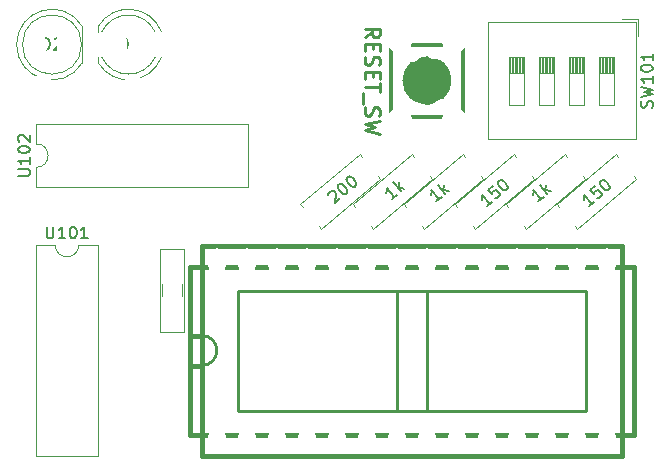
<source format=gto>
G04 #@! TF.GenerationSoftware,KiCad,Pcbnew,(5.1.6)-1*
G04 #@! TF.CreationDate,2021-11-23T16:53:37-05:00*
G04 #@! TF.ProjectId,OpenC64Cart,4f70656e-4336-4344-9361-72742e6b6963,2*
G04 #@! TF.SameCoordinates,Original*
G04 #@! TF.FileFunction,Legend,Top*
G04 #@! TF.FilePolarity,Positive*
%FSLAX46Y46*%
G04 Gerber Fmt 4.6, Leading zero omitted, Abs format (unit mm)*
G04 Created by KiCad (PCBNEW (5.1.6)-1) date 2021-11-23 16:53:37*
%MOMM*%
%LPD*%
G01*
G04 APERTURE LIST*
%ADD10C,0.120000*%
%ADD11C,0.381000*%
%ADD12C,0.254000*%
%ADD13C,0.050000*%
%ADD14C,0.304800*%
%ADD15C,2.540000*%
%ADD16C,0.150000*%
%ADD17O,1.600000X1.600000*%
%ADD18R,1.600000X1.600000*%
%ADD19C,1.600000*%
%ADD20R,1.800000X1.800000*%
%ADD21C,1.800000*%
%ADD22O,1.070000X1.800000*%
%ADD23R,1.070000X1.800000*%
%ADD24C,5.500000*%
%ADD25O,1.501140X2.199640*%
%ADD26R,1.250000X1.500000*%
%ADD27C,1.998980*%
%ADD28R,58.420000X8.300000*%
%ADD29R,1.524000X8.000000*%
G04 APERTURE END LIST*
D10*
X64710000Y-90440000D02*
G75*
G02*
X64710000Y-92440000I0J-1000000D01*
G01*
X64710000Y-92440000D02*
X64710000Y-94090000D01*
X64710000Y-94090000D02*
X82610000Y-94090000D01*
X82610000Y-94090000D02*
X82610000Y-88790000D01*
X82610000Y-88790000D02*
X64710000Y-88790000D01*
X64710000Y-88790000D02*
X64710000Y-90440000D01*
X68600000Y-83587000D02*
X68600000Y-80497000D01*
X68540000Y-82042000D02*
G75*
G03*
X68540000Y-82042000I-2500000J0D01*
G01*
X63050000Y-82041538D02*
G75*
G03*
X68600000Y-83586830I2990000J-462D01*
G01*
X63050000Y-82042462D02*
G75*
G02*
X68600000Y-80497170I2990000J462D01*
G01*
X74771479Y-83122429D02*
G75*
G02*
X70262316Y-83122000I-2254479J1080429D01*
G01*
X74771479Y-80961571D02*
G75*
G03*
X70262316Y-80962000I-2254479J-1080429D01*
G01*
X75304815Y-83122827D02*
G75*
G02*
X69957000Y-83586830I-2787815J1080827D01*
G01*
X75304815Y-80961173D02*
G75*
G03*
X69957000Y-80497170I-2787815J-1080827D01*
G01*
X69957000Y-80497000D02*
X69957000Y-80962000D01*
X69957000Y-83122000D02*
X69957000Y-83587000D01*
X115316835Y-93162120D02*
X115528955Y-93414914D01*
X115528955Y-93414914D02*
X110519024Y-97618745D01*
X110519024Y-97618745D02*
X110306904Y-97365950D01*
X113979837Y-91568747D02*
X113767717Y-91315952D01*
X113767717Y-91315952D02*
X108757786Y-95519783D01*
X108757786Y-95519783D02*
X108969906Y-95772578D01*
X106680835Y-93162120D02*
X106892955Y-93414914D01*
X106892955Y-93414914D02*
X101883024Y-97618745D01*
X101883024Y-97618745D02*
X101670904Y-97365950D01*
X105343837Y-91568747D02*
X105131717Y-91315952D01*
X105131717Y-91315952D02*
X100121786Y-95519783D01*
X100121786Y-95519783D02*
X100333906Y-95772578D01*
X93627987Y-93162120D02*
X93840107Y-93414914D01*
X93840107Y-93414914D02*
X88830176Y-97618745D01*
X88830176Y-97618745D02*
X88618056Y-97365950D01*
X92290989Y-91568747D02*
X92078869Y-91315952D01*
X92078869Y-91315952D02*
X87068938Y-95519783D01*
X87068938Y-95519783D02*
X87281058Y-95772578D01*
X68310000Y-99000000D02*
G75*
G02*
X66310000Y-99000000I-1000000J0D01*
G01*
X66310000Y-99000000D02*
X64660000Y-99000000D01*
X64660000Y-99000000D02*
X64660000Y-116900000D01*
X64660000Y-116900000D02*
X69960000Y-116900000D01*
X69960000Y-116900000D02*
X69960000Y-99000000D01*
X69960000Y-99000000D02*
X68310000Y-99000000D01*
X115450000Y-80140000D02*
X115450000Y-90040000D01*
X102990000Y-80140000D02*
X102990000Y-90040000D01*
X115450000Y-80140000D02*
X102990000Y-80140000D01*
X115450000Y-90040000D02*
X102990000Y-90040000D01*
X115690000Y-79900000D02*
X115690000Y-81284000D01*
X115690000Y-79900000D02*
X114307000Y-79900000D01*
X113665000Y-83060000D02*
X112395000Y-83060000D01*
X112395000Y-83060000D02*
X112395000Y-87120000D01*
X112395000Y-87120000D02*
X113665000Y-87120000D01*
X113665000Y-87120000D02*
X113665000Y-83060000D01*
X113545000Y-83060000D02*
X113545000Y-84413333D01*
X113425000Y-83060000D02*
X113425000Y-84413333D01*
X113305000Y-83060000D02*
X113305000Y-84413333D01*
X113185000Y-83060000D02*
X113185000Y-84413333D01*
X113065000Y-83060000D02*
X113065000Y-84413333D01*
X112945000Y-83060000D02*
X112945000Y-84413333D01*
X112825000Y-83060000D02*
X112825000Y-84413333D01*
X112705000Y-83060000D02*
X112705000Y-84413333D01*
X112585000Y-83060000D02*
X112585000Y-84413333D01*
X112465000Y-83060000D02*
X112465000Y-84413333D01*
X113665000Y-84413333D02*
X112395000Y-84413333D01*
X111125000Y-83060000D02*
X109855000Y-83060000D01*
X109855000Y-83060000D02*
X109855000Y-87120000D01*
X109855000Y-87120000D02*
X111125000Y-87120000D01*
X111125000Y-87120000D02*
X111125000Y-83060000D01*
X111005000Y-83060000D02*
X111005000Y-84413333D01*
X110885000Y-83060000D02*
X110885000Y-84413333D01*
X110765000Y-83060000D02*
X110765000Y-84413333D01*
X110645000Y-83060000D02*
X110645000Y-84413333D01*
X110525000Y-83060000D02*
X110525000Y-84413333D01*
X110405000Y-83060000D02*
X110405000Y-84413333D01*
X110285000Y-83060000D02*
X110285000Y-84413333D01*
X110165000Y-83060000D02*
X110165000Y-84413333D01*
X110045000Y-83060000D02*
X110045000Y-84413333D01*
X109925000Y-83060000D02*
X109925000Y-84413333D01*
X111125000Y-84413333D02*
X109855000Y-84413333D01*
X108585000Y-83060000D02*
X107315000Y-83060000D01*
X107315000Y-83060000D02*
X107315000Y-87120000D01*
X107315000Y-87120000D02*
X108585000Y-87120000D01*
X108585000Y-87120000D02*
X108585000Y-83060000D01*
X108465000Y-83060000D02*
X108465000Y-84413333D01*
X108345000Y-83060000D02*
X108345000Y-84413333D01*
X108225000Y-83060000D02*
X108225000Y-84413333D01*
X108105000Y-83060000D02*
X108105000Y-84413333D01*
X107985000Y-83060000D02*
X107985000Y-84413333D01*
X107865000Y-83060000D02*
X107865000Y-84413333D01*
X107745000Y-83060000D02*
X107745000Y-84413333D01*
X107625000Y-83060000D02*
X107625000Y-84413333D01*
X107505000Y-83060000D02*
X107505000Y-84413333D01*
X107385000Y-83060000D02*
X107385000Y-84413333D01*
X108585000Y-84413333D02*
X107315000Y-84413333D01*
X106045000Y-83060000D02*
X104775000Y-83060000D01*
X104775000Y-83060000D02*
X104775000Y-87120000D01*
X104775000Y-87120000D02*
X106045000Y-87120000D01*
X106045000Y-87120000D02*
X106045000Y-83060000D01*
X105925000Y-83060000D02*
X105925000Y-84413333D01*
X105805000Y-83060000D02*
X105805000Y-84413333D01*
X105685000Y-83060000D02*
X105685000Y-84413333D01*
X105565000Y-83060000D02*
X105565000Y-84413333D01*
X105445000Y-83060000D02*
X105445000Y-84413333D01*
X105325000Y-83060000D02*
X105325000Y-84413333D01*
X105205000Y-83060000D02*
X105205000Y-84413333D01*
X105085000Y-83060000D02*
X105085000Y-84413333D01*
X104965000Y-83060000D02*
X104965000Y-84413333D01*
X104845000Y-83060000D02*
X104845000Y-84413333D01*
X106045000Y-84413333D02*
X104775000Y-84413333D01*
X91485786Y-95519783D02*
X91697906Y-95772578D01*
X96495717Y-91315952D02*
X91485786Y-95519783D01*
X96707837Y-91568747D02*
X96495717Y-91315952D01*
X93247024Y-97618745D02*
X93034904Y-97365950D01*
X98256955Y-93414914D02*
X93247024Y-97618745D01*
X98044835Y-93162120D02*
X98256955Y-93414914D01*
X95803786Y-95519783D02*
X96015906Y-95772578D01*
X100813717Y-91315952D02*
X95803786Y-95519783D01*
X101025837Y-91568747D02*
X100813717Y-91315952D01*
X97565024Y-97618745D02*
X97352904Y-97365950D01*
X102574955Y-93414914D02*
X97565024Y-97618745D01*
X102362835Y-93162120D02*
X102574955Y-93414914D01*
X104439786Y-95519783D02*
X104651906Y-95772578D01*
X109449717Y-91315952D02*
X104439786Y-95519783D01*
X109661837Y-91568747D02*
X109449717Y-91315952D01*
X106201024Y-97618745D02*
X105988904Y-97365950D01*
X111210955Y-93414914D02*
X106201024Y-97618745D01*
X110998835Y-93162120D02*
X111210955Y-93414914D01*
D11*
X115316000Y-115062000D02*
X115316000Y-100838000D01*
X114300000Y-99060000D02*
X114300000Y-116840000D01*
X78740000Y-116840000D02*
X78740000Y-99060000D01*
X77724000Y-100838000D02*
X77724000Y-115062000D01*
D12*
X95250000Y-102870000D02*
X95250000Y-113030000D01*
X97790000Y-113030000D02*
X97790000Y-102870000D01*
X111252000Y-102870000D02*
X111252000Y-113030000D01*
X81788000Y-102870000D02*
X81788000Y-113030000D01*
D11*
X78740000Y-99060000D02*
X114300000Y-99060000D01*
X115316000Y-100838000D02*
X77724000Y-100838000D01*
X78740000Y-116840000D02*
X114300000Y-116840000D01*
X115316000Y-115062000D02*
X77724000Y-115062000D01*
D12*
X81788000Y-113030000D02*
X111252000Y-113030000D01*
X111252000Y-102870000D02*
X81788000Y-102870000D01*
D11*
X78740000Y-106680000D02*
X78740000Y-109220000D01*
X78740000Y-109220000D02*
X77724000Y-109220000D01*
X78740000Y-106680000D02*
X77724000Y-106680000D01*
D12*
X80010000Y-107950000D02*
G75*
G03*
X78740000Y-106680000I-1270000J0D01*
G01*
X78740000Y-109220000D02*
G75*
G03*
X80010000Y-107950000I0J1270000D01*
G01*
D10*
X75350000Y-102350000D02*
X75350000Y-103350000D01*
X77050000Y-103350000D02*
X77050000Y-102350000D01*
D13*
X75200000Y-106350000D02*
X75200000Y-99350000D01*
X75200000Y-106350000D02*
X77200000Y-106350000D01*
X77200000Y-99350000D02*
X75200000Y-99350000D01*
X77200000Y-99350000D02*
X77200000Y-106350000D01*
D14*
X94742000Y-82042000D02*
X100838000Y-82042000D01*
X100838000Y-82042000D02*
X100838000Y-88138000D01*
X100838000Y-88138000D02*
X94742000Y-88138000D01*
X94742000Y-88138000D02*
X94742000Y-82042000D01*
D15*
X98593219Y-85090000D02*
G75*
G03*
X98593219Y-85090000I-803219J0D01*
G01*
D16*
X63162380Y-93154285D02*
X63971904Y-93154285D01*
X64067142Y-93106666D01*
X64114761Y-93059047D01*
X64162380Y-92963809D01*
X64162380Y-92773333D01*
X64114761Y-92678095D01*
X64067142Y-92630476D01*
X63971904Y-92582857D01*
X63162380Y-92582857D01*
X64162380Y-91582857D02*
X64162380Y-92154285D01*
X64162380Y-91868571D02*
X63162380Y-91868571D01*
X63305238Y-91963809D01*
X63400476Y-92059047D01*
X63448095Y-92154285D01*
X63162380Y-90963809D02*
X63162380Y-90868571D01*
X63210000Y-90773333D01*
X63257619Y-90725714D01*
X63352857Y-90678095D01*
X63543333Y-90630476D01*
X63781428Y-90630476D01*
X63971904Y-90678095D01*
X64067142Y-90725714D01*
X64114761Y-90773333D01*
X64162380Y-90868571D01*
X64162380Y-90963809D01*
X64114761Y-91059047D01*
X64067142Y-91106666D01*
X63971904Y-91154285D01*
X63781428Y-91201904D01*
X63543333Y-91201904D01*
X63352857Y-91154285D01*
X63257619Y-91106666D01*
X63210000Y-91059047D01*
X63162380Y-90963809D01*
X63257619Y-90249523D02*
X63210000Y-90201904D01*
X63162380Y-90106666D01*
X63162380Y-89868571D01*
X63210000Y-89773333D01*
X63257619Y-89725714D01*
X63352857Y-89678095D01*
X63448095Y-89678095D01*
X63590952Y-89725714D01*
X64162380Y-90297142D01*
X64162380Y-89678095D01*
X65301904Y-82494380D02*
X65301904Y-81494380D01*
X65540000Y-81494380D01*
X65682857Y-81542000D01*
X65778095Y-81637238D01*
X65825714Y-81732476D01*
X65873333Y-81922952D01*
X65873333Y-82065809D01*
X65825714Y-82256285D01*
X65778095Y-82351523D01*
X65682857Y-82446761D01*
X65540000Y-82494380D01*
X65301904Y-82494380D01*
X66254285Y-81589619D02*
X66301904Y-81542000D01*
X66397142Y-81494380D01*
X66635238Y-81494380D01*
X66730476Y-81542000D01*
X66778095Y-81589619D01*
X66825714Y-81684857D01*
X66825714Y-81780095D01*
X66778095Y-81922952D01*
X66206666Y-82494380D01*
X66825714Y-82494380D01*
X71905904Y-82494380D02*
X71905904Y-81494380D01*
X72144000Y-81494380D01*
X72286857Y-81542000D01*
X72382095Y-81637238D01*
X72429714Y-81732476D01*
X72477333Y-81922952D01*
X72477333Y-82065809D01*
X72429714Y-82256285D01*
X72382095Y-82351523D01*
X72286857Y-82446761D01*
X72144000Y-82494380D01*
X71905904Y-82494380D01*
X73429714Y-82494380D02*
X72858285Y-82494380D01*
X73144000Y-82494380D02*
X73144000Y-81494380D01*
X73048761Y-81637238D01*
X72953523Y-81732476D01*
X72858285Y-81780095D01*
X111943106Y-95367912D02*
X111505366Y-95735220D01*
X111724236Y-95551566D02*
X111081449Y-94785522D01*
X111100319Y-94956174D01*
X111088580Y-95090349D01*
X111046232Y-95188045D01*
X111993406Y-94020298D02*
X111628623Y-94326388D01*
X111898234Y-94721780D01*
X111904104Y-94654692D01*
X111946451Y-94556996D01*
X112128843Y-94403952D01*
X112232408Y-94379212D01*
X112299496Y-94385081D01*
X112397192Y-94427429D01*
X112550236Y-94609821D01*
X112574976Y-94713386D01*
X112569107Y-94780473D01*
X112526759Y-94878170D01*
X112344367Y-95031214D01*
X112240802Y-95055954D01*
X112173715Y-95050084D01*
X112504103Y-93591773D02*
X112577059Y-93530555D01*
X112680625Y-93505816D01*
X112747712Y-93511685D01*
X112845408Y-93554033D01*
X113004322Y-93669337D01*
X113157367Y-93851729D01*
X113243324Y-94028251D01*
X113268064Y-94131816D01*
X113262194Y-94198904D01*
X113219847Y-94296600D01*
X113146890Y-94357818D01*
X113043325Y-94382557D01*
X112976237Y-94376688D01*
X112878541Y-94334340D01*
X112719627Y-94219036D01*
X112566583Y-94036644D01*
X112480625Y-93860122D01*
X112455886Y-93756557D01*
X112461755Y-93689469D01*
X112504103Y-93591773D01*
X103307106Y-95367912D02*
X102869366Y-95735220D01*
X103088236Y-95551566D02*
X102445449Y-94785522D01*
X102464319Y-94956174D01*
X102452580Y-95090349D01*
X102410232Y-95188045D01*
X103357406Y-94020298D02*
X102992623Y-94326388D01*
X103262234Y-94721780D01*
X103268104Y-94654692D01*
X103310451Y-94556996D01*
X103492843Y-94403952D01*
X103596408Y-94379212D01*
X103663496Y-94385081D01*
X103761192Y-94427429D01*
X103914236Y-94609821D01*
X103938976Y-94713386D01*
X103933107Y-94780473D01*
X103890759Y-94878170D01*
X103708367Y-95031214D01*
X103604802Y-95055954D01*
X103537715Y-95050084D01*
X103868103Y-93591773D02*
X103941059Y-93530555D01*
X104044625Y-93505816D01*
X104111712Y-93511685D01*
X104209408Y-93554033D01*
X104368322Y-93669337D01*
X104521367Y-93851729D01*
X104607324Y-94028251D01*
X104632064Y-94131816D01*
X104626194Y-94198904D01*
X104583847Y-94296600D01*
X104510890Y-94357818D01*
X104407325Y-94382557D01*
X104340237Y-94376688D01*
X104242541Y-94334340D01*
X104083627Y-94219036D01*
X103930583Y-94036644D01*
X103844625Y-93860122D01*
X103819886Y-93756557D01*
X103825755Y-93689469D01*
X103868103Y-93591773D01*
X89440984Y-94747883D02*
X89446853Y-94680796D01*
X89489201Y-94583099D01*
X89671592Y-94430055D01*
X89775158Y-94405315D01*
X89842245Y-94411185D01*
X89939941Y-94453532D01*
X90001159Y-94526489D01*
X90056508Y-94666533D01*
X89986075Y-95471580D01*
X90460293Y-95073663D01*
X90291723Y-93909703D02*
X90364680Y-93848485D01*
X90468246Y-93823745D01*
X90535333Y-93829615D01*
X90633029Y-93871963D01*
X90791943Y-93987267D01*
X90944988Y-94169658D01*
X91030945Y-94346181D01*
X91055685Y-94449746D01*
X91049815Y-94516833D01*
X91007468Y-94614529D01*
X90934511Y-94675747D01*
X90830946Y-94700487D01*
X90763858Y-94694618D01*
X90666162Y-94652270D01*
X90507248Y-94536966D01*
X90354203Y-94354574D01*
X90268246Y-94178052D01*
X90243506Y-94074486D01*
X90249376Y-94007399D01*
X90291723Y-93909703D01*
X91021290Y-93297524D02*
X91094246Y-93236306D01*
X91197812Y-93211567D01*
X91264899Y-93217436D01*
X91362595Y-93259784D01*
X91521509Y-93375088D01*
X91674554Y-93557480D01*
X91760511Y-93734002D01*
X91785251Y-93837567D01*
X91779381Y-93904655D01*
X91737034Y-94002351D01*
X91664077Y-94063569D01*
X91560512Y-94088308D01*
X91493424Y-94082439D01*
X91395728Y-94040091D01*
X91236814Y-93924787D01*
X91083770Y-93742395D01*
X90997812Y-93565873D01*
X90973073Y-93462308D01*
X90978942Y-93395220D01*
X91021290Y-93297524D01*
X65595714Y-97452380D02*
X65595714Y-98261904D01*
X65643333Y-98357142D01*
X65690952Y-98404761D01*
X65786190Y-98452380D01*
X65976666Y-98452380D01*
X66071904Y-98404761D01*
X66119523Y-98357142D01*
X66167142Y-98261904D01*
X66167142Y-97452380D01*
X67167142Y-98452380D02*
X66595714Y-98452380D01*
X66881428Y-98452380D02*
X66881428Y-97452380D01*
X66786190Y-97595238D01*
X66690952Y-97690476D01*
X66595714Y-97738095D01*
X67786190Y-97452380D02*
X67881428Y-97452380D01*
X67976666Y-97500000D01*
X68024285Y-97547619D01*
X68071904Y-97642857D01*
X68119523Y-97833333D01*
X68119523Y-98071428D01*
X68071904Y-98261904D01*
X68024285Y-98357142D01*
X67976666Y-98404761D01*
X67881428Y-98452380D01*
X67786190Y-98452380D01*
X67690952Y-98404761D01*
X67643333Y-98357142D01*
X67595714Y-98261904D01*
X67548095Y-98071428D01*
X67548095Y-97833333D01*
X67595714Y-97642857D01*
X67643333Y-97547619D01*
X67690952Y-97500000D01*
X67786190Y-97452380D01*
X69071904Y-98452380D02*
X68500476Y-98452380D01*
X68786190Y-98452380D02*
X68786190Y-97452380D01*
X68690952Y-97595238D01*
X68595714Y-97690476D01*
X68500476Y-97738095D01*
X116854761Y-87375714D02*
X116902380Y-87232857D01*
X116902380Y-86994761D01*
X116854761Y-86899523D01*
X116807142Y-86851904D01*
X116711904Y-86804285D01*
X116616666Y-86804285D01*
X116521428Y-86851904D01*
X116473809Y-86899523D01*
X116426190Y-86994761D01*
X116378571Y-87185238D01*
X116330952Y-87280476D01*
X116283333Y-87328095D01*
X116188095Y-87375714D01*
X116092857Y-87375714D01*
X115997619Y-87328095D01*
X115950000Y-87280476D01*
X115902380Y-87185238D01*
X115902380Y-86947142D01*
X115950000Y-86804285D01*
X115902380Y-86470952D02*
X116902380Y-86232857D01*
X116188095Y-86042380D01*
X116902380Y-85851904D01*
X115902380Y-85613809D01*
X116902380Y-84709047D02*
X116902380Y-85280476D01*
X116902380Y-84994761D02*
X115902380Y-84994761D01*
X116045238Y-85090000D01*
X116140476Y-85185238D01*
X116188095Y-85280476D01*
X115902380Y-84090000D02*
X115902380Y-83994761D01*
X115950000Y-83899523D01*
X115997619Y-83851904D01*
X116092857Y-83804285D01*
X116283333Y-83756666D01*
X116521428Y-83756666D01*
X116711904Y-83804285D01*
X116807142Y-83851904D01*
X116854761Y-83899523D01*
X116902380Y-83994761D01*
X116902380Y-84090000D01*
X116854761Y-84185238D01*
X116807142Y-84232857D01*
X116711904Y-84280476D01*
X116521428Y-84328095D01*
X116283333Y-84328095D01*
X116092857Y-84280476D01*
X115997619Y-84232857D01*
X115950000Y-84185238D01*
X115902380Y-84090000D01*
X116902380Y-82804285D02*
X116902380Y-83375714D01*
X116902380Y-83090000D02*
X115902380Y-83090000D01*
X116045238Y-83185238D01*
X116140476Y-83280476D01*
X116188095Y-83375714D01*
X95237879Y-94750353D02*
X94800139Y-95117660D01*
X95019009Y-94934006D02*
X94376221Y-94167962D01*
X94395091Y-94338615D01*
X94383353Y-94472789D01*
X94341005Y-94570485D01*
X95566183Y-94474872D02*
X94923396Y-93708828D01*
X95394269Y-94121828D02*
X95858010Y-94230001D01*
X95429485Y-93719305D02*
X95382530Y-94256003D01*
X99027674Y-94959111D02*
X98589934Y-95326418D01*
X98808804Y-95142764D02*
X98166016Y-94376720D01*
X98184886Y-94547373D01*
X98173148Y-94681547D01*
X98130800Y-94779243D01*
X99355978Y-94683630D02*
X98713191Y-93917586D01*
X99184064Y-94330586D02*
X99647805Y-94438759D01*
X99219280Y-93928063D02*
X99172325Y-94464761D01*
X107663674Y-94959111D02*
X107225934Y-95326418D01*
X107444804Y-95142764D02*
X106802016Y-94376720D01*
X106820886Y-94547373D01*
X106809148Y-94681547D01*
X106766800Y-94779243D01*
X107991978Y-94683630D02*
X107349191Y-93917586D01*
X107820064Y-94330586D02*
X108283805Y-94438759D01*
X107855280Y-93928063D02*
X107808325Y-94464761D01*
D12*
X92516476Y-81431190D02*
X93121238Y-81007857D01*
X92516476Y-80705476D02*
X93786476Y-80705476D01*
X93786476Y-81189285D01*
X93726000Y-81310238D01*
X93665523Y-81370714D01*
X93544571Y-81431190D01*
X93363142Y-81431190D01*
X93242190Y-81370714D01*
X93181714Y-81310238D01*
X93121238Y-81189285D01*
X93121238Y-80705476D01*
X93181714Y-81975476D02*
X93181714Y-82398809D01*
X92516476Y-82580238D02*
X92516476Y-81975476D01*
X93786476Y-81975476D01*
X93786476Y-82580238D01*
X92576952Y-83064047D02*
X92516476Y-83245476D01*
X92516476Y-83547857D01*
X92576952Y-83668809D01*
X92637428Y-83729285D01*
X92758380Y-83789761D01*
X92879333Y-83789761D01*
X93000285Y-83729285D01*
X93060761Y-83668809D01*
X93121238Y-83547857D01*
X93181714Y-83305952D01*
X93242190Y-83185000D01*
X93302666Y-83124523D01*
X93423619Y-83064047D01*
X93544571Y-83064047D01*
X93665523Y-83124523D01*
X93726000Y-83185000D01*
X93786476Y-83305952D01*
X93786476Y-83608333D01*
X93726000Y-83789761D01*
X93181714Y-84334047D02*
X93181714Y-84757380D01*
X92516476Y-84938809D02*
X92516476Y-84334047D01*
X93786476Y-84334047D01*
X93786476Y-84938809D01*
X93786476Y-85301666D02*
X93786476Y-86027380D01*
X92516476Y-85664523D02*
X93786476Y-85664523D01*
X92395523Y-86148333D02*
X92395523Y-87115952D01*
X92576952Y-87357857D02*
X92516476Y-87539285D01*
X92516476Y-87841666D01*
X92576952Y-87962619D01*
X92637428Y-88023095D01*
X92758380Y-88083571D01*
X92879333Y-88083571D01*
X93000285Y-88023095D01*
X93060761Y-87962619D01*
X93121238Y-87841666D01*
X93181714Y-87599761D01*
X93242190Y-87478809D01*
X93302666Y-87418333D01*
X93423619Y-87357857D01*
X93544571Y-87357857D01*
X93665523Y-87418333D01*
X93726000Y-87478809D01*
X93786476Y-87599761D01*
X93786476Y-87902142D01*
X93726000Y-88083571D01*
X93786476Y-88506904D02*
X92516476Y-88809285D01*
X93423619Y-89051190D01*
X92516476Y-89293095D01*
X93786476Y-89595476D01*
%LPC*%
D17*
X66040000Y-87630000D03*
X81280000Y-95250000D03*
X68580000Y-87630000D03*
X78740000Y-95250000D03*
X71120000Y-87630000D03*
X76200000Y-95250000D03*
X73660000Y-87630000D03*
X73660000Y-95250000D03*
X76200000Y-87630000D03*
X71120000Y-95250000D03*
X78740000Y-87630000D03*
X68580000Y-95250000D03*
X81280000Y-87630000D03*
D18*
X66040000Y-95250000D03*
D19*
X72898000Y-85344000D03*
D17*
X65278000Y-85344000D03*
D20*
X67310000Y-82042000D03*
D21*
X64770000Y-82042000D03*
D22*
X74422000Y-82042000D03*
X73152000Y-82042000D03*
X71882000Y-82042000D03*
D23*
X70612000Y-82042000D03*
D19*
X115062000Y-92018328D03*
G36*
G01*
X109837577Y-96402140D02*
X109837577Y-96402140D01*
G75*
G02*
X109738971Y-97529206I-612836J-514230D01*
G01*
X109738971Y-97529206D01*
G75*
G02*
X108611905Y-97430600I-514230J612836D01*
G01*
X108611905Y-97430600D01*
G75*
G02*
X108710511Y-96303534I612836J514230D01*
G01*
X108710511Y-96303534D01*
G75*
G02*
X109837577Y-96402140I514230J-612836D01*
G01*
G37*
X106426000Y-92018328D03*
G36*
G01*
X101201577Y-96402140D02*
X101201577Y-96402140D01*
G75*
G02*
X101102971Y-97529206I-612836J-514230D01*
G01*
X101102971Y-97529206D01*
G75*
G02*
X99975905Y-97430600I-514230J612836D01*
G01*
X99975905Y-97430600D01*
G75*
G02*
X100074511Y-96303534I612836J514230D01*
G01*
X100074511Y-96303534D01*
G75*
G02*
X101201577Y-96402140I514230J-612836D01*
G01*
G37*
X93373152Y-92018328D03*
G36*
G01*
X88148729Y-96402140D02*
X88148729Y-96402140D01*
G75*
G02*
X88050123Y-97529206I-612836J-514230D01*
G01*
X88050123Y-97529206D01*
G75*
G02*
X86923057Y-97430600I-514230J612836D01*
G01*
X86923057Y-97430600D01*
G75*
G02*
X87021663Y-96303534I612836J514230D01*
G01*
X87021663Y-96303534D01*
G75*
G02*
X88148729Y-96402140I514230J-612836D01*
G01*
G37*
D24*
X88900000Y-87040000D03*
D18*
X63500000Y-100330000D03*
D17*
X71120000Y-115570000D03*
X63500000Y-102870000D03*
X71120000Y-113030000D03*
X63500000Y-105410000D03*
X71120000Y-110490000D03*
X63500000Y-107950000D03*
X71120000Y-107950000D03*
X63500000Y-110490000D03*
X71120000Y-105410000D03*
X63500000Y-113030000D03*
X71120000Y-102870000D03*
X63500000Y-115570000D03*
X71120000Y-100330000D03*
D18*
X113030000Y-81280000D03*
D17*
X105410000Y-88900000D03*
X110490000Y-81280000D03*
X107950000Y-88900000D03*
X107950000Y-81280000D03*
X110490000Y-88900000D03*
X105410000Y-81280000D03*
X113030000Y-88900000D03*
G36*
G01*
X92565577Y-96402140D02*
X92565577Y-96402140D01*
G75*
G02*
X92466971Y-97529206I-612836J-514230D01*
G01*
X92466971Y-97529206D01*
G75*
G02*
X91339905Y-97430600I-514230J612836D01*
G01*
X91339905Y-97430600D01*
G75*
G02*
X91438511Y-96303534I612836J514230D01*
G01*
X91438511Y-96303534D01*
G75*
G02*
X92565577Y-96402140I514230J-612836D01*
G01*
G37*
D19*
X97790000Y-92018328D03*
G36*
G01*
X96883577Y-96402140D02*
X96883577Y-96402140D01*
G75*
G02*
X96784971Y-97529206I-612836J-514230D01*
G01*
X96784971Y-97529206D01*
G75*
G02*
X95657905Y-97430600I-514230J612836D01*
G01*
X95657905Y-97430600D01*
G75*
G02*
X95756511Y-96303534I612836J514230D01*
G01*
X95756511Y-96303534D01*
G75*
G02*
X96883577Y-96402140I514230J-612836D01*
G01*
G37*
X102108000Y-92018328D03*
G36*
G01*
X105519577Y-96402140D02*
X105519577Y-96402140D01*
G75*
G02*
X105420971Y-97529206I-612836J-514230D01*
G01*
X105420971Y-97529206D01*
G75*
G02*
X104293905Y-97430600I-514230J612836D01*
G01*
X104293905Y-97430600D01*
G75*
G02*
X104392511Y-96303534I612836J514230D01*
G01*
X104392511Y-96303534D01*
G75*
G02*
X105519577Y-96402140I514230J-612836D01*
G01*
G37*
X110744000Y-92018328D03*
D25*
X80010000Y-115570000D03*
X82550000Y-115570000D03*
X85090000Y-115570000D03*
X87630000Y-115570000D03*
X90170000Y-115570000D03*
X92710000Y-115570000D03*
X95250000Y-115570000D03*
X97790000Y-115570000D03*
X100330000Y-115570000D03*
X102870000Y-115570000D03*
X105410000Y-115570000D03*
X107950000Y-115570000D03*
X110490000Y-115570000D03*
X113030000Y-115570000D03*
X113030000Y-100330000D03*
X110490000Y-100330000D03*
X107950000Y-100330000D03*
X105410000Y-100330000D03*
X102870000Y-100330000D03*
X100330000Y-100330000D03*
X97790000Y-100330000D03*
X95250000Y-100330000D03*
X92710000Y-100330000D03*
X90170000Y-100330000D03*
X87630000Y-100330000D03*
X85090000Y-100330000D03*
X82550000Y-100330000D03*
X80010000Y-100330000D03*
D26*
X76200000Y-104100000D03*
X76200000Y-101600000D03*
D19*
X76200000Y-105350000D03*
X76200000Y-100350000D03*
D27*
X95539560Y-81838800D03*
X95539560Y-88341200D03*
X100040440Y-81838800D03*
X100040440Y-88341200D03*
D28*
X88900000Y-125730000D03*
D29*
X115570000Y-125601726D03*
X113030000Y-125601726D03*
X110490000Y-125601726D03*
X107950000Y-125601726D03*
X105410000Y-125601726D03*
X102870000Y-125601726D03*
X100330000Y-125601726D03*
X97790000Y-125601726D03*
X67310000Y-125601726D03*
X64770000Y-125601726D03*
X90170000Y-125601726D03*
X95250000Y-125601726D03*
X92710000Y-125601726D03*
X87630000Y-125601726D03*
X85090000Y-125601726D03*
X82550000Y-125601726D03*
X80010000Y-125601726D03*
X77470000Y-125601726D03*
X74930000Y-125601726D03*
X72390000Y-125601726D03*
X69850000Y-125601726D03*
X62230000Y-125601726D03*
M02*

</source>
